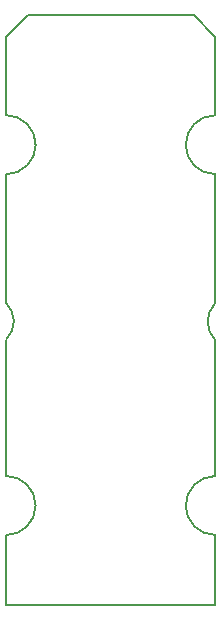
<source format=gbr>
G04 #@! TF.FileFunction,Profile,NP*
%FSLAX46Y46*%
G04 Gerber Fmt 4.6, Leading zero omitted, Abs format (unit mm)*
G04 Created by KiCad (PCBNEW 4.0.4-stable) date 12/12/16 19:20:19*
%MOMM*%
%LPD*%
G01*
G04 APERTURE LIST*
%ADD10C,0.100000*%
%ADD11C,0.150000*%
G04 APERTURE END LIST*
D10*
D11*
X142150000Y-104550000D02*
X159850000Y-104550000D01*
X159850000Y-68050000D02*
X159850000Y-78975000D01*
X159825000Y-93575000D02*
X159825000Y-82050000D01*
X142150000Y-93600000D02*
X142150000Y-82050000D01*
X142150000Y-68050000D02*
X142150000Y-78950000D01*
X143975000Y-54600000D02*
X158025000Y-54600000D01*
X142150000Y-56425000D02*
X143975000Y-54600000D01*
X142150000Y-63050000D02*
X142150000Y-56450000D01*
X159850000Y-56425000D02*
X158025000Y-54600000D01*
X159850000Y-56425000D02*
X159850000Y-63050000D01*
X142150000Y-104550000D02*
X142150000Y-98600000D01*
X159850000Y-98600000D02*
X159850000Y-104500000D01*
X157350000Y-65550000D02*
G75*
G03X159850000Y-68050000I2500000J0D01*
G01*
X142150000Y-68050000D02*
G75*
G03X144650000Y-65550000I0J2500000D01*
G01*
X144650000Y-65550000D02*
G75*
G03X142150000Y-63050000I-2500000J0D01*
G01*
X159850000Y-63050000D02*
G75*
G03X157350000Y-65550000I0J-2500000D01*
G01*
X157350000Y-96100000D02*
G75*
G03X159850000Y-98600000I2500000J0D01*
G01*
X159825000Y-93600000D02*
G75*
G03X157350000Y-96125000I25000J-2500000D01*
G01*
X142150000Y-98600000D02*
G75*
G03X144650000Y-96100000I0J2500000D01*
G01*
X144650000Y-96100000D02*
G75*
G03X142150000Y-93600000I-2500000J0D01*
G01*
X159825000Y-79000000D02*
G75*
G03X159850000Y-82075000I1550000J-1525000D01*
G01*
X142175000Y-82025000D02*
G75*
G03X142150000Y-78950000I-1550000J1525000D01*
G01*
X144625000Y-65525000D02*
X144625000Y-65025000D01*
M02*

</source>
